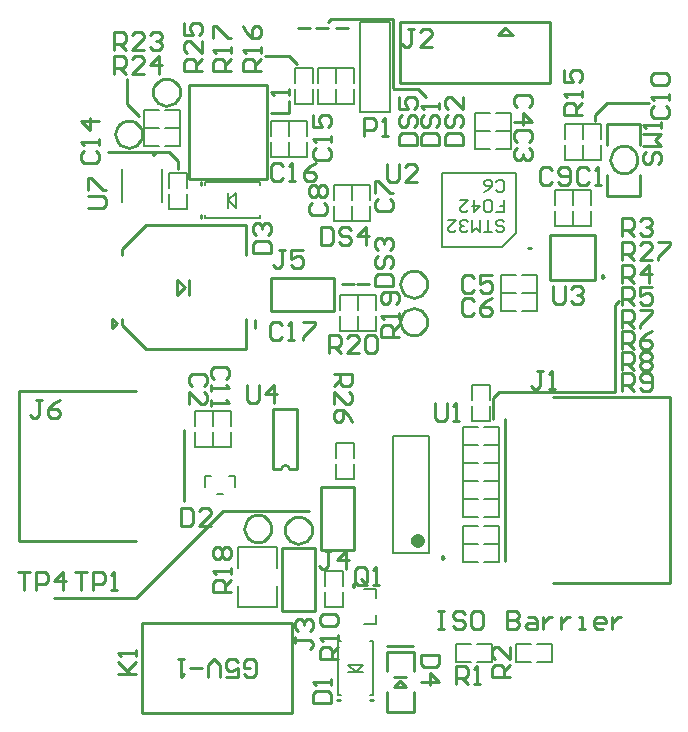
<source format=gto>
G04*
G04 #@! TF.GenerationSoftware,Altium Limited,Altium Designer,19.0.10 (269)*
G04*
G04 Layer_Color=65535*
%FSLAX25Y25*%
%MOIN*%
G70*
G01*
G75*
%ADD10C,0.01000*%
%ADD11C,0.00984*%
%ADD12C,0.02362*%
%ADD13C,0.00800*%
%ADD14C,0.00787*%
D10*
X469500Y261500D02*
X469387Y262501D01*
X469054Y263453D01*
X468518Y264306D01*
X467806Y265018D01*
X466953Y265554D01*
X466001Y265887D01*
X465000Y266000D01*
X463999Y265887D01*
X463048Y265554D01*
X462194Y265018D01*
X461482Y264306D01*
X460946Y263453D01*
X460613Y262501D01*
X460500Y261500D01*
X460613Y260499D01*
X460946Y259547D01*
X461482Y258694D01*
X462194Y257982D01*
X463048Y257446D01*
X463999Y257113D01*
X465000Y257000D01*
X466001Y257113D01*
X466953Y257446D01*
X467806Y257982D01*
X468518Y258694D01*
X469054Y259547D01*
X469387Y260499D01*
X469500Y261500D01*
X456000Y262000D02*
X455887Y263001D01*
X455554Y263952D01*
X455018Y264806D01*
X454306Y265518D01*
X453452Y266054D01*
X452501Y266387D01*
X451500Y266500D01*
X450499Y266387D01*
X449547Y266054D01*
X448694Y265518D01*
X447982Y264806D01*
X447446Y263952D01*
X447113Y263001D01*
X447000Y262000D01*
X447113Y260999D01*
X447446Y260048D01*
X447982Y259194D01*
X448694Y258482D01*
X449547Y257946D01*
X450499Y257613D01*
X451500Y257500D01*
X452501Y257613D01*
X453452Y257946D01*
X454306Y258482D01*
X455018Y259194D01*
X455554Y260048D01*
X455887Y260999D01*
X456000Y262000D01*
X578028Y385000D02*
X577914Y386007D01*
X577579Y386965D01*
X577040Y387823D01*
X576323Y388540D01*
X575464Y389079D01*
X574508Y389414D01*
X573500Y389528D01*
X572493Y389414D01*
X571535Y389079D01*
X570677Y388540D01*
X569960Y387823D01*
X569421Y386965D01*
X569086Y386007D01*
X568972Y385000D01*
X569086Y383993D01*
X569421Y383035D01*
X569960Y382177D01*
X570677Y381460D01*
X571535Y380921D01*
X572493Y380586D01*
X573500Y380472D01*
X574508Y380586D01*
X575464Y380921D01*
X576323Y381460D01*
X577040Y382177D01*
X577579Y383035D01*
X577914Y383993D01*
X578028Y385000D01*
X567000Y346000D02*
X566250Y346433D01*
Y345567D01*
X567000Y346000D01*
X461748Y282007D02*
X461382Y282891D01*
X460498Y283257D01*
X459614Y282891D01*
X459248Y282007D01*
X508000Y330876D02*
X507887Y331878D01*
X507554Y332829D01*
X507018Y333682D01*
X506306Y334395D01*
X505452Y334931D01*
X504501Y335264D01*
X503500Y335376D01*
X502499Y335264D01*
X501547Y334931D01*
X500694Y334395D01*
X499982Y333682D01*
X499446Y332829D01*
X499113Y331878D01*
X499000Y330876D01*
X499113Y329875D01*
X499446Y328924D01*
X499982Y328071D01*
X500694Y327358D01*
X501547Y326822D01*
X502499Y326489D01*
X503500Y326376D01*
X504501Y326489D01*
X505452Y326822D01*
X506306Y327358D01*
X507018Y328071D01*
X507554Y328924D01*
X507887Y329875D01*
X508000Y330876D01*
Y343500D02*
X507887Y344501D01*
X507554Y345452D01*
X507018Y346306D01*
X506306Y347018D01*
X505452Y347554D01*
X504501Y347887D01*
X503500Y348000D01*
X502499Y347887D01*
X501547Y347554D01*
X500694Y347018D01*
X499982Y346306D01*
X499446Y345452D01*
X499113Y344501D01*
X499000Y343500D01*
X499113Y342499D01*
X499446Y341547D01*
X499982Y340694D01*
X500694Y339982D01*
X501547Y339446D01*
X502499Y339113D01*
X503500Y339000D01*
X504501Y339113D01*
X505452Y339446D01*
X506306Y339982D01*
X507018Y340694D01*
X507554Y341547D01*
X507887Y342499D01*
X508000Y343500D01*
X413000Y393500D02*
X412887Y394501D01*
X412554Y395452D01*
X412018Y396306D01*
X411306Y397018D01*
X410453Y397554D01*
X409501Y397887D01*
X408500Y398000D01*
X407499Y397887D01*
X406547Y397554D01*
X405694Y397018D01*
X404982Y396306D01*
X404446Y395452D01*
X404113Y394501D01*
X404000Y393500D01*
X404113Y392499D01*
X404446Y391547D01*
X404982Y390694D01*
X405694Y389982D01*
X406547Y389446D01*
X407499Y389113D01*
X408500Y389000D01*
X409501Y389113D01*
X410453Y389446D01*
X411306Y389982D01*
X412018Y390694D01*
X412554Y391547D01*
X412887Y392499D01*
X413000Y393500D01*
X425500Y407500D02*
X425387Y408501D01*
X425054Y409452D01*
X424518Y410306D01*
X423806Y411018D01*
X422953Y411554D01*
X422001Y411887D01*
X421000Y412000D01*
X419999Y411887D01*
X419047Y411554D01*
X418194Y411018D01*
X417482Y410306D01*
X416946Y409452D01*
X416613Y408501D01*
X416500Y407500D01*
X416613Y406499D01*
X416946Y405548D01*
X417482Y404694D01*
X418194Y403982D01*
X419047Y403446D01*
X419999Y403113D01*
X421000Y403000D01*
X422001Y403113D01*
X422953Y403446D01*
X423806Y403982D01*
X424518Y404694D01*
X425054Y405548D01*
X425387Y406499D01*
X425500Y407500D01*
X494669Y222811D02*
X503331D01*
X494500Y201000D02*
X503500D01*
X494500D02*
Y207500D01*
X498967Y211098D02*
X500935Y209129D01*
X496998D02*
X500935D01*
X496998D02*
X498967Y211098D01*
X497031Y212575D02*
X500969D01*
X503500Y201000D02*
Y207500D01*
Y214500D02*
Y221000D01*
X494500D02*
X503500D01*
X494500Y214500D02*
Y221000D01*
X456500Y268000D02*
X468500D01*
X440000D02*
X456500D01*
X411000Y239000D02*
X440000Y268000D01*
X383500Y239000D02*
X411000D01*
X530000Y298500D02*
Y305500D01*
X532000Y307500D01*
X534000D01*
X570500D01*
X589000Y243752D02*
Y305752D01*
X534000Y251130D02*
Y298374D01*
X550000Y305752D02*
X589000D01*
X550000Y243752D02*
X589000D01*
X570500Y336500D02*
X572000Y338000D01*
X570500Y307500D02*
Y336500D01*
X506500Y407000D02*
X507500Y406000D01*
X505000Y408500D02*
X506500Y407000D01*
X502500Y408500D02*
X505000D01*
X447666Y353229D02*
Y363170D01*
Y321831D02*
Y331772D01*
X414201Y321831D02*
X447666D01*
X414201Y363170D02*
X447666D01*
X406327Y329705D02*
X414201Y321831D01*
X406327Y355296D02*
X414201Y363170D01*
X406327Y329705D02*
Y331870D01*
Y353130D02*
Y355296D01*
X428602Y339953D02*
Y344953D01*
X424602Y339953D02*
X427102Y342454D01*
X424602Y339953D02*
Y344953D01*
X427102Y342454D01*
X403000Y329000D02*
X404500Y330500D01*
X403000Y332000D02*
X404500Y330500D01*
X403000Y329000D02*
Y332000D01*
X450500Y329000D02*
Y331500D01*
X564000Y398000D02*
Y400000D01*
X568000Y404000D01*
X582000D01*
X475000Y431000D02*
X476000Y432000D01*
X496500D01*
Y409000D02*
Y432000D01*
Y409000D02*
X497000Y408500D01*
X502500D01*
X568000Y373000D02*
X579000D01*
Y380000D01*
X568000Y373000D02*
Y380000D01*
X579000Y390000D02*
Y397000D01*
X568000D02*
X579000D01*
X568000Y390000D02*
Y397000D01*
X541374Y355441D02*
X542374D01*
X549000Y410500D02*
Y431000D01*
X499000D02*
X549000D01*
X499000Y410500D02*
Y431000D01*
Y410500D02*
X549000D01*
X531500Y426500D02*
X534000Y429000D01*
X536500Y426500D01*
X531500D02*
X536500D01*
X465000Y429000D02*
X469000D01*
X477500D02*
X481500D01*
X471000D02*
X475000D01*
X462000Y419500D02*
X464500Y417000D01*
X461500Y419500D02*
X462000D01*
X454000D02*
X461500D01*
X432500Y376500D02*
Y377500D01*
Y365500D02*
Y366500D01*
X425000Y382000D02*
Y384500D01*
X422000Y387500D02*
X425000Y384500D01*
X401500Y387500D02*
X422000D01*
X408000Y403500D02*
X412000Y399500D01*
X408000Y403500D02*
Y412000D01*
X428500Y378500D02*
X454500D01*
X428500D02*
Y410000D01*
X454500D01*
Y378500D02*
Y410000D01*
X484500Y343500D02*
X488500D01*
X479500D02*
X483500D01*
X564000Y345000D02*
Y360000D01*
X549000D02*
X564000D01*
X549000Y345000D02*
Y360000D01*
Y345000D02*
X564000D01*
X461748Y282007D02*
X464577D01*
X456420D02*
X459248D01*
X456420D02*
Y302007D01*
X464577D01*
Y282007D02*
Y302007D01*
X472500Y276000D02*
X483500D01*
Y255000D02*
Y276000D01*
X472500Y255000D02*
X483500D01*
X472500D02*
Y276000D01*
X459500Y234500D02*
X470500D01*
X459500D02*
Y255500D01*
X470500D01*
Y234500D02*
Y255500D01*
X463000Y200500D02*
Y230500D01*
X413000D02*
X463000D01*
X413000Y200500D02*
Y230500D01*
Y200500D02*
X463000D01*
X478000Y205000D02*
X479000D01*
X489000D02*
X490000D01*
X372000Y258000D02*
X411000D01*
X372000Y308000D02*
X411000D01*
X427000Y271189D02*
Y294811D01*
X372000Y258000D02*
Y308000D01*
X456000Y345500D02*
X477000D01*
X456000Y334500D02*
Y345500D01*
Y334500D02*
X477000D01*
Y345500D01*
X511998Y220000D02*
X506000D01*
Y217001D01*
X507000Y216001D01*
X510998D01*
X511998Y217001D01*
Y220000D01*
X506000Y211003D02*
X511998D01*
X508999Y214002D01*
Y210003D01*
X390500Y247498D02*
X394499D01*
X392499D01*
Y241500D01*
X396498D02*
Y247498D01*
X399497D01*
X400497Y246498D01*
Y244499D01*
X399497Y243499D01*
X396498D01*
X402496Y241500D02*
X404495D01*
X403496D01*
Y247498D01*
X402496Y246498D01*
X371500Y247498D02*
X375499D01*
X373499D01*
Y241500D01*
X377498D02*
Y247498D01*
X380497D01*
X381497Y246498D01*
Y244499D01*
X380497Y243499D01*
X377498D01*
X386495Y241500D02*
Y247498D01*
X383496Y244499D01*
X387495D01*
X511500Y234498D02*
X513499D01*
X512500D01*
Y228500D01*
X511500D01*
X513499D01*
X520497Y233498D02*
X519497Y234498D01*
X517498D01*
X516498Y233498D01*
Y232499D01*
X517498Y231499D01*
X519497D01*
X520497Y230499D01*
Y229500D01*
X519497Y228500D01*
X517498D01*
X516498Y229500D01*
X525495Y234498D02*
X523496D01*
X522496Y233498D01*
Y229500D01*
X523496Y228500D01*
X525495D01*
X526495Y229500D01*
Y233498D01*
X525495Y234498D01*
X534493D02*
Y228500D01*
X537492D01*
X538491Y229500D01*
Y230499D01*
X537492Y231499D01*
X534493D01*
X537492D01*
X538491Y232499D01*
Y233498D01*
X537492Y234498D01*
X534493D01*
X541490Y232499D02*
X543490D01*
X544489Y231499D01*
Y228500D01*
X541490D01*
X540491Y229500D01*
X541490Y230499D01*
X544489D01*
X546489Y232499D02*
Y228500D01*
Y230499D01*
X547488Y231499D01*
X548488Y232499D01*
X549488D01*
X552487D02*
Y228500D01*
Y230499D01*
X553486Y231499D01*
X554486Y232499D01*
X555486D01*
X558485Y228500D02*
X560484D01*
X559484D01*
Y232499D01*
X558485D01*
X566482Y228500D02*
X564483D01*
X563483Y229500D01*
Y231499D01*
X564483Y232499D01*
X566482D01*
X567482Y231499D01*
Y230499D01*
X563483D01*
X569481Y232499D02*
Y228500D01*
Y230499D01*
X570481Y231499D01*
X571481Y232499D01*
X572480D01*
X446997Y213502D02*
X447997Y212502D01*
X449996D01*
X450996Y213502D01*
Y217500D01*
X449996Y218500D01*
X447997D01*
X446997Y217500D01*
Y215501D01*
X448996D01*
X440999Y212502D02*
X444998D01*
Y215501D01*
X442998Y214501D01*
X441999D01*
X440999Y215501D01*
Y217500D01*
X441999Y218500D01*
X443998D01*
X444998Y217500D01*
X439000Y212502D02*
Y216501D01*
X437000Y218500D01*
X435001Y216501D01*
Y212502D01*
X433002Y215501D02*
X429003D01*
X427003Y218500D02*
X425004D01*
X426004D01*
Y212502D01*
X427003Y213502D01*
X546499Y314498D02*
X544499D01*
X545499D01*
Y309500D01*
X544499Y308500D01*
X543500D01*
X542500Y309500D01*
X548498Y308500D02*
X550497D01*
X549498D01*
Y314498D01*
X548498Y313498D01*
X573000Y351500D02*
Y357498D01*
X575999D01*
X576999Y356498D01*
Y354499D01*
X575999Y353499D01*
X573000D01*
X574999D02*
X576999Y351500D01*
X582997D02*
X578998D01*
X582997Y355499D01*
Y356498D01*
X581997Y357498D01*
X579998D01*
X578998Y356498D01*
X584996Y357498D02*
X588995D01*
Y356498D01*
X584996Y352500D01*
Y351500D01*
X477000Y313500D02*
X482998D01*
Y310501D01*
X481998Y309501D01*
X479999D01*
X478999Y310501D01*
Y313500D01*
Y311501D02*
X477000Y309501D01*
Y303503D02*
Y307502D01*
X480999Y303503D01*
X481998D01*
X482998Y304503D01*
Y306502D01*
X481998Y307502D01*
X482998Y297505D02*
X481998Y299504D01*
X479999Y301504D01*
X478000D01*
X477000Y300504D01*
Y298505D01*
X478000Y297505D01*
X478999D01*
X479999Y298505D01*
Y301504D01*
X541998Y402501D02*
X542998Y403501D01*
Y405500D01*
X541998Y406500D01*
X538000D01*
X537000Y405500D01*
Y403501D01*
X538000Y402501D01*
X537000Y397503D02*
X542998D01*
X539999Y400502D01*
Y396503D01*
X405002Y213500D02*
X411000D01*
X409001D01*
X405002Y217499D01*
X408001Y214500D01*
X411000Y217499D01*
Y219498D02*
Y221497D01*
Y220498D01*
X405002D01*
X406002Y219498D01*
X395001Y369002D02*
X399999D01*
X400999Y370001D01*
Y372001D01*
X399999Y373000D01*
X395001D01*
Y375000D02*
Y378998D01*
X396001D01*
X399999Y375000D01*
X400999D01*
X403503Y413501D02*
Y419499D01*
X406502D01*
X407501Y418499D01*
Y416500D01*
X406502Y415500D01*
X403503D01*
X405502D02*
X407501Y413501D01*
X413499D02*
X409501D01*
X413499Y417500D01*
Y418499D01*
X412500Y419499D01*
X410500D01*
X409501Y418499D01*
X418498Y413501D02*
Y419499D01*
X415499Y416500D01*
X419497D01*
X403503Y421501D02*
Y427499D01*
X406502D01*
X407501Y426499D01*
Y424500D01*
X406502Y423500D01*
X403503D01*
X405502D02*
X407501Y421501D01*
X413499D02*
X409501D01*
X413499Y425500D01*
Y426499D01*
X412500Y427499D01*
X410500D01*
X409501Y426499D01*
X415499D02*
X416498Y427499D01*
X418498D01*
X419497Y426499D01*
Y425500D01*
X418498Y424500D01*
X417498D01*
X418498D01*
X419497Y423500D01*
Y422501D01*
X418498Y421501D01*
X416498D01*
X415499Y422501D01*
X456001Y400501D02*
X461999D01*
Y404500D01*
Y406499D02*
Y408499D01*
Y407499D01*
X456001D01*
X457001Y406499D01*
X450001Y354002D02*
X455999D01*
Y357001D01*
X454999Y358000D01*
X451001D01*
X450001Y357001D01*
Y354002D01*
X451001Y360000D02*
X450001Y360999D01*
Y362999D01*
X451001Y363998D01*
X452000D01*
X453000Y362999D01*
Y361999D01*
Y362999D01*
X454000Y363998D01*
X454999D01*
X455999Y362999D01*
Y360999D01*
X454999Y360000D01*
X459499Y329998D02*
X458499Y330998D01*
X456500D01*
X455500Y329998D01*
Y326000D01*
X456500Y325000D01*
X458499D01*
X459499Y326000D01*
X461498Y325000D02*
X463497D01*
X462498D01*
Y330998D01*
X461498Y329998D01*
X466496Y330998D02*
X470495D01*
Y329998D01*
X466496Y326000D01*
Y325000D01*
X460001Y382999D02*
X459001Y383999D01*
X457002D01*
X456002Y382999D01*
Y379001D01*
X457002Y378001D01*
X459001D01*
X460001Y379001D01*
X462001Y378001D02*
X464000D01*
X463000D01*
Y383999D01*
X462001Y382999D01*
X470998Y383999D02*
X468998Y382999D01*
X466999Y381000D01*
Y379001D01*
X467999Y378001D01*
X469998D01*
X470998Y379001D01*
Y380000D01*
X469998Y381000D01*
X466999D01*
X471001Y389001D02*
X470001Y388001D01*
Y386002D01*
X471001Y385002D01*
X474999D01*
X475999Y386002D01*
Y388001D01*
X474999Y389001D01*
X475999Y391001D02*
Y393000D01*
Y392000D01*
X470001D01*
X471001Y391001D01*
X470001Y399998D02*
Y395999D01*
X473000D01*
X472000Y397998D01*
Y398998D01*
X473000Y399998D01*
X474999D01*
X475999Y398998D01*
Y396999D01*
X474999Y395999D01*
X393501Y388001D02*
X392501Y387001D01*
Y385002D01*
X393501Y384002D01*
X397499D01*
X398499Y385002D01*
Y387001D01*
X397499Y388001D01*
X398499Y390001D02*
Y392000D01*
Y391000D01*
X392501D01*
X393501Y390001D01*
X398499Y397998D02*
X392501D01*
X395500Y394999D01*
Y398998D01*
X448000Y309998D02*
Y305000D01*
X449000Y304000D01*
X450999D01*
X451999Y305000D01*
Y309998D01*
X456997Y304000D02*
Y309998D01*
X453998Y306999D01*
X457997D01*
X475240Y320500D02*
Y326498D01*
X478239D01*
X479239Y325498D01*
Y323499D01*
X478239Y322499D01*
X475240D01*
X477240D02*
X479239Y320500D01*
X485237D02*
X481238D01*
X485237Y324499D01*
Y325498D01*
X484237Y326498D01*
X482238D01*
X481238Y325498D01*
X487236D02*
X488236Y326498D01*
X490235D01*
X491235Y325498D01*
Y321500D01*
X490235Y320500D01*
X488236D01*
X487236Y321500D01*
Y325498D01*
X498500Y326000D02*
X492502D01*
Y328999D01*
X493502Y329999D01*
X495501D01*
X496501Y328999D01*
Y326000D01*
Y327999D02*
X498500Y329999D01*
Y331998D02*
Y333997D01*
Y332998D01*
X492502D01*
X493502Y331998D01*
X497500Y336996D02*
X498500Y337996D01*
Y339996D01*
X497500Y340995D01*
X493502D01*
X492502Y339996D01*
Y337996D01*
X493502Y336996D01*
X494501D01*
X495501Y337996D01*
Y340995D01*
X442500Y241000D02*
X436502D01*
Y243999D01*
X437502Y244999D01*
X439501D01*
X440501Y243999D01*
Y241000D01*
Y242999D02*
X442500Y244999D01*
Y246998D02*
Y248997D01*
Y247998D01*
X436502D01*
X437502Y246998D01*
Y251996D02*
X436502Y252996D01*
Y254995D01*
X437502Y255995D01*
X438501D01*
X439501Y254995D01*
X440501Y255995D01*
X441500D01*
X442500Y254995D01*
Y252996D01*
X441500Y251996D01*
X440501D01*
X439501Y252996D01*
X438501Y251996D01*
X437502D01*
X439501Y252996D02*
Y254995D01*
X460499Y354998D02*
X458499D01*
X459499D01*
Y350000D01*
X458499Y349000D01*
X457500D01*
X456500Y350000D01*
X466497Y354998D02*
X462498D01*
Y351999D01*
X464497Y352999D01*
X465497D01*
X466497Y351999D01*
Y350000D01*
X465497Y349000D01*
X463498D01*
X462498Y350000D01*
X475999Y254498D02*
X473999D01*
X474999D01*
Y249500D01*
X473999Y248500D01*
X473000D01*
X472000Y249500D01*
X480997Y248500D02*
Y254498D01*
X477998Y251499D01*
X481997D01*
X464002Y225999D02*
Y223999D01*
Y224999D01*
X469000D01*
X470000Y223999D01*
Y223000D01*
X469000Y222000D01*
X465002Y227998D02*
X464002Y228998D01*
Y230997D01*
X465002Y231997D01*
X466001D01*
X467001Y230997D01*
Y229997D01*
Y230997D01*
X468001Y231997D01*
X469000D01*
X470000Y230997D01*
Y228998D01*
X469000Y227998D01*
X498501Y390003D02*
X504499D01*
Y393002D01*
X503499Y394001D01*
X499501D01*
X498501Y393002D01*
Y390003D01*
X499501Y399999D02*
X498501Y399000D01*
Y397000D01*
X499501Y396001D01*
X500500D01*
X501500Y397000D01*
Y399000D01*
X502500Y399999D01*
X503499D01*
X504499Y399000D01*
Y397000D01*
X503499Y396001D01*
X498501Y405997D02*
Y401999D01*
X501500D01*
X500500Y403998D01*
Y404998D01*
X501500Y405997D01*
X503499D01*
X504499Y404998D01*
Y402998D01*
X503499Y401999D01*
X472500Y362498D02*
Y356500D01*
X475499D01*
X476499Y357500D01*
Y361498D01*
X475499Y362498D01*
X472500D01*
X482497Y361498D02*
X481497Y362498D01*
X479498D01*
X478498Y361498D01*
Y360499D01*
X479498Y359499D01*
X481497D01*
X482497Y358499D01*
Y357500D01*
X481497Y356500D01*
X479498D01*
X478498Y357500D01*
X487495Y356500D02*
Y362498D01*
X484496Y359499D01*
X488495D01*
X490502Y343000D02*
X496500D01*
Y345999D01*
X495500Y346999D01*
X491502D01*
X490502Y345999D01*
Y343000D01*
X491502Y352997D02*
X490502Y351997D01*
Y349998D01*
X491502Y348998D01*
X492501D01*
X493501Y349998D01*
Y351997D01*
X494501Y352997D01*
X495500D01*
X496500Y351997D01*
Y349998D01*
X495500Y348998D01*
X491502Y354996D02*
X490502Y355996D01*
Y357995D01*
X491502Y358995D01*
X492501D01*
X493501Y357995D01*
Y356996D01*
Y357995D01*
X494501Y358995D01*
X495500D01*
X496500Y357995D01*
Y355996D01*
X495500Y354996D01*
X426000Y268998D02*
Y263000D01*
X428999D01*
X429999Y264000D01*
Y267998D01*
X428999Y268998D01*
X426000D01*
X435997Y263000D02*
X431998D01*
X435997Y266999D01*
Y267998D01*
X434997Y268998D01*
X432998D01*
X431998Y267998D01*
X440998Y312001D02*
X441998Y313001D01*
Y315000D01*
X440998Y316000D01*
X437000D01*
X436000Y315000D01*
Y313001D01*
X437000Y312001D01*
X436000Y310002D02*
Y308003D01*
Y309002D01*
X441998D01*
X440998Y310002D01*
X436000Y305004D02*
Y303004D01*
Y304004D01*
X441998D01*
X440998Y305004D01*
X432999Y414503D02*
X427001D01*
Y417502D01*
X428001Y418501D01*
X430000D01*
X431000Y417502D01*
Y414503D01*
Y416502D02*
X432999Y418501D01*
Y424499D02*
Y420501D01*
X429000Y424499D01*
X428001D01*
X427001Y423500D01*
Y421500D01*
X428001Y420501D01*
X427001Y430497D02*
Y426499D01*
X430000D01*
X429000Y428498D01*
Y429498D01*
X430000Y430497D01*
X431999D01*
X432999Y429498D01*
Y427498D01*
X431999Y426499D01*
X550000Y342998D02*
Y338000D01*
X551000Y337000D01*
X552999D01*
X553999Y338000D01*
Y342998D01*
X555998Y341998D02*
X556998Y342998D01*
X558997D01*
X559997Y341998D01*
Y340999D01*
X558997Y339999D01*
X557997D01*
X558997D01*
X559997Y338999D01*
Y338000D01*
X558997Y337000D01*
X556998D01*
X555998Y338000D01*
X494502Y383499D02*
Y378501D01*
X495501Y377501D01*
X497501D01*
X498500Y378501D01*
Y383499D01*
X504498Y377501D02*
X500500D01*
X504498Y381500D01*
Y382499D01*
X503499Y383499D01*
X501499D01*
X500500Y382499D01*
X510500Y303998D02*
Y299000D01*
X511500Y298000D01*
X513499D01*
X514499Y299000D01*
Y303998D01*
X516498Y298000D02*
X518497D01*
X517498D01*
Y303998D01*
X516498Y302998D01*
X581001Y387501D02*
X580001Y386501D01*
Y384502D01*
X581001Y383502D01*
X582000D01*
X583000Y384502D01*
Y386501D01*
X584000Y387501D01*
X584999D01*
X585999Y386501D01*
Y384502D01*
X584999Y383502D01*
X580001Y389500D02*
X585999D01*
X584000Y391500D01*
X585999Y393499D01*
X580001D01*
X585999Y395498D02*
Y397498D01*
Y396498D01*
X580001D01*
X581001Y395498D01*
X442499Y414502D02*
X436501D01*
Y417501D01*
X437501Y418501D01*
X439500D01*
X440500Y417501D01*
Y414502D01*
Y416502D02*
X442499Y418501D01*
Y420501D02*
Y422500D01*
Y421500D01*
X436501D01*
X437501Y420501D01*
X436501Y425499D02*
Y429498D01*
X437501D01*
X441499Y425499D01*
X442499D01*
X452499Y414502D02*
X446501D01*
Y417501D01*
X447501Y418501D01*
X449500D01*
X450500Y417501D01*
Y414502D01*
Y416502D02*
X452499Y418501D01*
Y420501D02*
Y422500D01*
Y421500D01*
X446501D01*
X447501Y420501D01*
X446501Y429498D02*
X447501Y427498D01*
X449500Y425499D01*
X451499D01*
X452499Y426499D01*
Y428498D01*
X451499Y429498D01*
X450500D01*
X449500Y428498D01*
Y425499D01*
X559499Y400002D02*
X553501D01*
Y403001D01*
X554501Y404001D01*
X556500D01*
X557500Y403001D01*
Y400002D01*
Y402002D02*
X559499Y404001D01*
Y406001D02*
Y408000D01*
Y407000D01*
X553501D01*
X554501Y406001D01*
X553501Y414998D02*
Y410999D01*
X556500D01*
X555500Y412998D01*
Y413998D01*
X556500Y414998D01*
X558499D01*
X559499Y413998D01*
Y411999D01*
X558499Y410999D01*
X478094Y218500D02*
X472096D01*
Y221499D01*
X473096Y222499D01*
X475096D01*
X476095Y221499D01*
Y218500D01*
Y220499D02*
X478094Y222499D01*
Y224498D02*
Y226497D01*
Y225498D01*
X472096D01*
X473096Y224498D01*
Y229496D02*
X472096Y230496D01*
Y232495D01*
X473096Y233495D01*
X477095D01*
X478094Y232495D01*
Y230496D01*
X477095Y229496D01*
X473096D01*
X573000Y308000D02*
Y313998D01*
X575999D01*
X576999Y312998D01*
Y310999D01*
X575999Y309999D01*
X573000D01*
X574999D02*
X576999Y308000D01*
X578998Y309000D02*
X579998Y308000D01*
X581997D01*
X582997Y309000D01*
Y312998D01*
X581997Y313998D01*
X579998D01*
X578998Y312998D01*
Y311999D01*
X579998Y310999D01*
X582997D01*
X573000Y315000D02*
Y320998D01*
X575999D01*
X576999Y319998D01*
Y317999D01*
X575999Y316999D01*
X573000D01*
X574999D02*
X576999Y315000D01*
X578998Y319998D02*
X579998Y320998D01*
X581997D01*
X582997Y319998D01*
Y318999D01*
X581997Y317999D01*
X582997Y316999D01*
Y316000D01*
X581997Y315000D01*
X579998D01*
X578998Y316000D01*
Y316999D01*
X579998Y317999D01*
X578998Y318999D01*
Y319998D01*
X579998Y317999D02*
X581997D01*
X573000Y329000D02*
Y334998D01*
X575999D01*
X576999Y333998D01*
Y331999D01*
X575999Y330999D01*
X573000D01*
X574999D02*
X576999Y329000D01*
X578998Y334998D02*
X582997D01*
Y333998D01*
X578998Y330000D01*
Y329000D01*
X573000Y322000D02*
Y327998D01*
X575999D01*
X576999Y326998D01*
Y324999D01*
X575999Y323999D01*
X573000D01*
X574999D02*
X576999Y322000D01*
X582997Y327998D02*
X580997Y326998D01*
X578998Y324999D01*
Y323000D01*
X579998Y322000D01*
X581997D01*
X582997Y323000D01*
Y323999D01*
X581997Y324999D01*
X578998D01*
X573000Y336500D02*
Y342498D01*
X575999D01*
X576999Y341498D01*
Y339499D01*
X575999Y338499D01*
X573000D01*
X574999D02*
X576999Y336500D01*
X582997Y342498D02*
X578998D01*
Y339499D01*
X580997Y340499D01*
X581997D01*
X582997Y339499D01*
Y337500D01*
X581997Y336500D01*
X579998D01*
X578998Y337500D01*
X573000Y344000D02*
Y349998D01*
X575999D01*
X576999Y348998D01*
Y346999D01*
X575999Y345999D01*
X573000D01*
X574999D02*
X576999Y344000D01*
X581997D02*
Y349998D01*
X578998Y346999D01*
X582997D01*
X573000Y359500D02*
Y365498D01*
X575999D01*
X576999Y364498D01*
Y362499D01*
X575999Y361499D01*
X573000D01*
X574999D02*
X576999Y359500D01*
X578998Y364498D02*
X579998Y365498D01*
X581997D01*
X582997Y364498D01*
Y363499D01*
X581997Y362499D01*
X580997D01*
X581997D01*
X582997Y361499D01*
Y360500D01*
X581997Y359500D01*
X579998D01*
X578998Y360500D01*
X535500Y212500D02*
X529502D01*
Y215499D01*
X530502Y216499D01*
X532501D01*
X533501Y215499D01*
Y212500D01*
Y214499D02*
X535500Y216499D01*
Y222497D02*
Y218498D01*
X531501Y222497D01*
X530502D01*
X529502Y221497D01*
Y219498D01*
X530502Y218498D01*
X517500Y210035D02*
Y216034D01*
X520499D01*
X521499Y215034D01*
Y213035D01*
X520499Y212035D01*
X517500D01*
X519499D02*
X521499Y210035D01*
X523498D02*
X525497D01*
X524498D01*
Y216034D01*
X523498Y215034D01*
X487963Y244086D02*
Y248085D01*
X486964Y249085D01*
X484964D01*
X483965Y248085D01*
Y244086D01*
X484964Y243087D01*
X486964D01*
X485964Y245086D02*
X487963Y243087D01*
X486964D02*
X487963Y244086D01*
X489963Y243087D02*
X491962D01*
X490962D01*
Y249085D01*
X489963Y248085D01*
X487001Y393001D02*
Y398999D01*
X490000D01*
X491000Y397999D01*
Y396000D01*
X490000Y395000D01*
X487001D01*
X492999Y393001D02*
X494999D01*
X493999D01*
Y398999D01*
X492999Y397999D01*
X503500Y428499D02*
X501501D01*
X502501D01*
Y423501D01*
X501501Y422501D01*
X500501D01*
X499502Y423501D01*
X509498Y422501D02*
X505500D01*
X509498Y426500D01*
Y427499D01*
X508499Y428499D01*
X506499D01*
X505500Y427499D01*
X514001Y390003D02*
X519999D01*
Y393002D01*
X518999Y394001D01*
X515001D01*
X514001Y393002D01*
Y390003D01*
X515001Y399999D02*
X514001Y399000D01*
Y397000D01*
X515001Y396001D01*
X516000D01*
X517000Y397000D01*
Y399000D01*
X518000Y399999D01*
X518999D01*
X519999Y399000D01*
Y397000D01*
X518999Y396001D01*
X519999Y405997D02*
Y401999D01*
X516000Y405997D01*
X515001D01*
X514001Y404998D01*
Y402998D01*
X515001Y401999D01*
X506001Y390002D02*
X511999D01*
Y393001D01*
X510999Y394001D01*
X507001D01*
X506001Y393001D01*
Y390002D01*
X507001Y399999D02*
X506001Y398999D01*
Y397000D01*
X507001Y396000D01*
X508000D01*
X509000Y397000D01*
Y398999D01*
X510000Y399999D01*
X510999D01*
X511999Y398999D01*
Y397000D01*
X510999Y396000D01*
X511999Y401998D02*
Y403998D01*
Y402998D01*
X506001D01*
X507001Y401998D01*
X470002Y204000D02*
X476000D01*
Y206999D01*
X475000Y207999D01*
X471002D01*
X470002Y206999D01*
Y204000D01*
X476000Y209998D02*
Y211997D01*
Y210998D01*
X470002D01*
X471002Y209998D01*
X583502Y402999D02*
X582502Y401999D01*
Y400000D01*
X583502Y399000D01*
X587500D01*
X588500Y400000D01*
Y401999D01*
X587500Y402999D01*
X588500Y404998D02*
Y406997D01*
Y405998D01*
X582502D01*
X583502Y404998D01*
Y409996D02*
X582502Y410996D01*
Y412995D01*
X583502Y413995D01*
X587500D01*
X588500Y412995D01*
Y410996D01*
X587500Y409996D01*
X583502D01*
X549499Y381498D02*
X548499Y382498D01*
X546500D01*
X545500Y381498D01*
Y377500D01*
X546500Y376500D01*
X548499D01*
X549499Y377500D01*
X551498D02*
X552498Y376500D01*
X554497D01*
X555497Y377500D01*
Y381498D01*
X554497Y382498D01*
X552498D01*
X551498Y381498D01*
Y380499D01*
X552498Y379499D01*
X555497D01*
X469501Y370500D02*
X468501Y369501D01*
Y367501D01*
X469501Y366502D01*
X473499D01*
X474499Y367501D01*
Y369501D01*
X473499Y370500D01*
X469501Y372500D02*
X468501Y373499D01*
Y375499D01*
X469501Y376498D01*
X470500D01*
X471500Y375499D01*
X472500Y376498D01*
X473499D01*
X474499Y375499D01*
Y373499D01*
X473499Y372500D01*
X472500D01*
X471500Y373499D01*
X470500Y372500D01*
X469501D01*
X471500Y373499D02*
Y375499D01*
X491501Y372000D02*
X490501Y371001D01*
Y369001D01*
X491501Y368002D01*
X495499D01*
X496499Y369001D01*
Y371001D01*
X495499Y372000D01*
X490501Y374000D02*
Y377998D01*
X491501D01*
X495499Y374000D01*
X496499D01*
X523499Y337998D02*
X522499Y338998D01*
X520500D01*
X519500Y337998D01*
Y334000D01*
X520500Y333000D01*
X522499D01*
X523499Y334000D01*
X529497Y338998D02*
X527497Y337998D01*
X525498Y335999D01*
Y334000D01*
X526498Y333000D01*
X528497D01*
X529497Y334000D01*
Y334999D01*
X528497Y335999D01*
X525498D01*
X523499Y345498D02*
X522499Y346498D01*
X520500D01*
X519500Y345498D01*
Y341500D01*
X520500Y340500D01*
X522499D01*
X523499Y341500D01*
X529497Y346498D02*
X525498D01*
Y343499D01*
X527497Y344499D01*
X528497D01*
X529497Y343499D01*
Y341500D01*
X528497Y340500D01*
X526498D01*
X525498Y341500D01*
X541998Y391001D02*
X542998Y392001D01*
Y394000D01*
X541998Y395000D01*
X538000D01*
X537000Y394000D01*
Y392001D01*
X538000Y391001D01*
X541998Y389002D02*
X542998Y388002D01*
Y386003D01*
X541998Y385003D01*
X540999D01*
X539999Y386003D01*
Y387003D01*
Y386003D01*
X538999Y385003D01*
X538000D01*
X537000Y386003D01*
Y388002D01*
X538000Y389002D01*
X433498Y309501D02*
X434498Y310501D01*
Y312500D01*
X433498Y313500D01*
X429500D01*
X428500Y312500D01*
Y310501D01*
X429500Y309501D01*
X428500Y303503D02*
Y307502D01*
X432499Y303503D01*
X433498D01*
X434498Y304503D01*
Y306502D01*
X433498Y307502D01*
X561999Y381498D02*
X560999Y382498D01*
X559000D01*
X558000Y381498D01*
Y377500D01*
X559000Y376500D01*
X560999D01*
X561999Y377500D01*
X563998Y376500D02*
X565997D01*
X564998D01*
Y382498D01*
X563998Y381498D01*
X379500Y304999D02*
X377501D01*
X378501D01*
Y300001D01*
X377501Y299001D01*
X376501D01*
X375502Y300001D01*
X385498Y304999D02*
X383499Y303999D01*
X381500Y302000D01*
Y300001D01*
X382499Y299001D01*
X384499D01*
X385498Y300001D01*
Y301000D01*
X384499Y302000D01*
X381500D01*
D11*
X417167Y386986D02*
X416429Y387412D01*
Y386560D01*
X417167Y386986D01*
X513622Y252260D02*
X512884Y252686D01*
Y251834D01*
X513622Y252260D01*
X483965Y243087D02*
X483226Y243513D01*
Y242660D01*
X483965Y243087D01*
D12*
X505847Y257949D02*
X505402Y258872D01*
X504402Y259100D01*
X503601Y258461D01*
Y257436D01*
X504402Y256797D01*
X505402Y257025D01*
X505847Y257949D01*
D13*
X527000Y290000D02*
X532000D01*
X520000D02*
X525000D01*
X527000Y296000D02*
X532000D01*
X520000D02*
X525000D01*
X532000Y290000D02*
Y296000D01*
X520000Y290000D02*
Y296000D01*
X483500Y285500D02*
Y290500D01*
Y278500D02*
Y283500D01*
X477500Y285500D02*
Y290500D01*
Y278500D02*
Y283500D01*
Y290500D02*
X483500D01*
X477500Y278500D02*
X483500D01*
X531000Y394500D02*
X536000D01*
X524000D02*
X529000D01*
X531000Y400500D02*
X536000D01*
X524000D02*
X529000D01*
X536000Y394500D02*
Y400500D01*
X524000Y394500D02*
Y400500D01*
X560000Y397000D02*
X566000D01*
X560000Y385000D02*
X566000D01*
Y392000D02*
Y397000D01*
Y385000D02*
Y390000D01*
X560000Y392000D02*
Y397000D01*
Y385000D02*
Y390000D01*
X554000Y385000D02*
Y390000D01*
Y392000D02*
Y397000D01*
X560000Y385000D02*
Y390000D01*
Y392000D02*
Y397000D01*
X554000Y385000D02*
X560000D01*
X554000Y397000D02*
X560000D01*
X556500Y363000D02*
X562500D01*
X556500Y375000D02*
X562500D01*
X556500Y363000D02*
Y368000D01*
Y370000D02*
Y375000D01*
X562500Y363000D02*
Y368000D01*
Y370000D02*
Y375000D01*
X550500Y363000D02*
X556500D01*
X550500Y375000D02*
X556500D01*
X550500Y363000D02*
Y368000D01*
Y370000D02*
Y375000D01*
X556500Y363000D02*
Y368000D01*
Y370000D02*
Y375000D01*
X524000Y388500D02*
Y394500D01*
X536000Y388500D02*
Y394500D01*
X524000D02*
X529000D01*
X531000D02*
X536000D01*
X524000Y388500D02*
X529000D01*
X531000D02*
X536000D01*
X477500Y410500D02*
Y415500D01*
Y403500D02*
Y408500D01*
X471500Y410500D02*
Y415500D01*
Y403500D02*
Y408500D01*
Y415500D02*
X477500D01*
X471500Y403500D02*
X477500D01*
X483500Y410500D02*
Y415500D01*
Y403500D02*
Y408500D01*
X477500Y410500D02*
Y415500D01*
Y403500D02*
Y408500D01*
Y415500D02*
X483500D01*
X477500Y403500D02*
X483500D01*
X470000Y410500D02*
Y415500D01*
Y403500D02*
Y408500D01*
X464000Y410500D02*
Y415500D01*
Y403500D02*
Y408500D01*
Y415500D02*
X470000D01*
X464000Y403500D02*
X470000D01*
X462000Y398000D02*
X468000D01*
X462000Y386000D02*
X468000D01*
Y393000D02*
Y398000D01*
Y386000D02*
Y391000D01*
X462000Y393000D02*
Y398000D01*
Y386000D02*
Y391000D01*
X456000Y398000D02*
X462000D01*
X456000Y386000D02*
X462000D01*
Y393000D02*
Y398000D01*
Y386000D02*
Y391000D01*
X456000Y393000D02*
Y398000D01*
Y386000D02*
Y391000D01*
X422000Y368500D02*
X428000D01*
X422000Y380500D02*
X428000D01*
X422000Y368500D02*
Y373500D01*
Y375500D02*
Y380500D01*
X428000Y368500D02*
Y373500D01*
Y375500D02*
Y380500D01*
X420624Y389500D02*
X425624D01*
X413624D02*
X418624D01*
X420624Y395500D02*
X425624D01*
X413624D02*
X418624D01*
X425624Y389500D02*
Y395500D01*
X413624Y389500D02*
Y395500D01*
Y401500D02*
X418624D01*
X420624D02*
X425624D01*
X413624Y395500D02*
X418624D01*
X420624D02*
X425624D01*
X413624D02*
Y401500D01*
X425624Y395500D02*
Y401500D01*
X489000Y371500D02*
Y376500D01*
Y364500D02*
Y369500D01*
X483000Y371500D02*
Y376500D01*
Y364500D02*
Y369500D01*
Y376500D02*
X489000D01*
X483000Y364500D02*
X489000D01*
X483000Y371500D02*
Y376500D01*
Y364500D02*
Y369500D01*
X477000Y371500D02*
Y376500D01*
Y364500D02*
Y369500D01*
Y376500D02*
X483000D01*
X477000Y364500D02*
X483000D01*
X479000Y328000D02*
Y333000D01*
Y335000D02*
Y340000D01*
X485000Y328000D02*
Y333000D01*
Y335000D02*
Y340000D01*
X479000Y328000D02*
X485000D01*
X479000Y340000D02*
X485000D01*
Y328000D02*
Y333000D01*
Y335000D02*
Y340000D01*
X491000Y328000D02*
Y333000D01*
Y335000D02*
Y340000D01*
X485000Y328000D02*
X491000D01*
X485000Y340000D02*
X491000D01*
X532500Y346500D02*
X537500D01*
X539500D02*
X544500D01*
X532500Y340500D02*
X537500D01*
X539500D02*
X544500D01*
X532500D02*
Y346500D01*
X544500Y340500D02*
Y346500D01*
X532500Y340500D02*
X537500D01*
X539500D02*
X544500D01*
X532500Y334500D02*
X537500D01*
X539500D02*
X544500D01*
X532500D02*
Y340500D01*
X544500Y334500D02*
Y340500D01*
X527000Y278000D02*
X532000D01*
X520000D02*
X525000D01*
X527000Y284000D02*
X532000D01*
X520000D02*
X525000D01*
X532000Y278000D02*
Y284000D01*
X520000Y278000D02*
Y284000D01*
Y290000D02*
X525000D01*
X527000D02*
X532000D01*
X520000Y284000D02*
X525000D01*
X527000D02*
X532000D01*
X520000D02*
Y290000D01*
X532000Y284000D02*
Y290000D01*
X527000Y272000D02*
X532000D01*
X520000D02*
X525000D01*
X527000Y278000D02*
X532000D01*
X520000D02*
X525000D01*
X532000Y272000D02*
Y278000D01*
X520000Y272000D02*
Y278000D01*
Y272000D02*
X525000D01*
X527000D02*
X532000D01*
X520000Y266000D02*
X525000D01*
X527000D02*
X532000D01*
X520000D02*
Y272000D01*
X532000Y266000D02*
Y272000D01*
X520000Y263000D02*
X525000D01*
X527000D02*
X532000D01*
X520000Y257000D02*
X525000D01*
X527000D02*
X532000D01*
X520000D02*
Y263000D01*
X532000Y257000D02*
Y263000D01*
X527000Y251000D02*
X532000D01*
X520000D02*
X525000D01*
X527000Y257000D02*
X532000D01*
X520000D02*
X525000D01*
X532000Y251000D02*
Y257000D01*
X520000Y251000D02*
Y257000D01*
X442500Y296122D02*
Y301122D01*
Y289122D02*
Y294122D01*
X436500Y296122D02*
Y301122D01*
Y289122D02*
Y294122D01*
Y301122D02*
X442500D01*
X436500Y289122D02*
X442500D01*
X537500Y223500D02*
X542500D01*
X544500D02*
X549500D01*
X537500Y217500D02*
X542500D01*
X544500D02*
X549500D01*
X537500D02*
Y223500D01*
X549500Y217500D02*
Y223500D01*
X458000Y249000D02*
Y256000D01*
Y236000D02*
Y243000D01*
X445000Y249000D02*
Y256000D01*
Y236000D02*
Y243000D01*
Y256000D02*
X458000D01*
X445000Y236000D02*
X458000D01*
X438000Y273500D02*
X440000D01*
X444000Y276000D02*
Y279500D01*
X442000D02*
X444000D01*
X434000Y276000D02*
Y279500D01*
X436000D01*
X430500Y301122D02*
X436500D01*
X430500Y289122D02*
X436500D01*
Y296122D02*
Y301122D01*
Y289122D02*
Y294122D01*
X430500Y296122D02*
Y301122D01*
Y289122D02*
Y294122D01*
X523000Y310000D02*
X529000D01*
X523000Y298000D02*
X529000D01*
Y305000D02*
Y310000D01*
Y298000D02*
Y303000D01*
X523000Y305000D02*
Y310000D01*
Y298000D02*
Y303000D01*
X517500Y217500D02*
Y223500D01*
X529500Y217500D02*
Y223500D01*
X517500D02*
X522500D01*
X524500D02*
X529500D01*
X517500Y217500D02*
X522500D01*
X524500D02*
X529500D01*
X480000Y243000D02*
Y248000D01*
Y236000D02*
Y241000D01*
X474000Y243000D02*
Y248000D01*
Y236000D02*
Y241000D01*
Y248000D02*
X480000D01*
X474000Y236000D02*
X480000D01*
X530908Y361390D02*
X531575Y360723D01*
X532907D01*
X533574Y361390D01*
Y362056D01*
X532907Y362722D01*
X531575D01*
X530908Y363389D01*
Y364055D01*
X531575Y364722D01*
X532907D01*
X533574Y364055D01*
X529575Y360723D02*
X526909D01*
X528242D01*
Y364722D01*
X525577D02*
Y360723D01*
X524244Y362056D01*
X522911Y360723D01*
Y364722D01*
X521578Y361390D02*
X520911Y360723D01*
X519579D01*
X518912Y361390D01*
Y362056D01*
X519579Y362722D01*
X520245D01*
X519579D01*
X518912Y363389D01*
Y364055D01*
X519579Y364722D01*
X520911D01*
X521578Y364055D01*
X514913Y364722D02*
X517579D01*
X514913Y362056D01*
Y361390D01*
X515580Y360723D01*
X516913D01*
X517579Y361390D01*
X530908Y367442D02*
X533574D01*
Y369441D01*
X532241D01*
X533574D01*
Y371440D01*
X529575Y368108D02*
X528909Y367442D01*
X527576D01*
X526909Y368108D01*
Y370774D01*
X527576Y371440D01*
X528909D01*
X529575Y370774D01*
Y368108D01*
X523577Y371440D02*
Y367442D01*
X525577Y369441D01*
X522911D01*
X518912Y371440D02*
X521578D01*
X518912Y368775D01*
Y368108D01*
X519579Y367442D01*
X520911D01*
X521578Y368108D01*
X530908Y374827D02*
X531575Y374160D01*
X532907D01*
X533574Y374827D01*
Y377492D01*
X532907Y378159D01*
X531575D01*
X530908Y377492D01*
X526909Y374160D02*
X528242Y374827D01*
X529575Y376159D01*
Y377492D01*
X528909Y378159D01*
X527576D01*
X526909Y377492D01*
Y376826D01*
X527576Y376159D01*
X529575D01*
D14*
X532937Y356004D02*
X537405Y360472D01*
X512878Y356004D02*
X532937D01*
X512878D02*
Y380532D01*
X537405D01*
Y360472D02*
Y380532D01*
X495500Y401000D02*
Y431000D01*
X485500D02*
X495500D01*
X485500Y401000D02*
Y431000D01*
Y401000D02*
X495500D01*
X444103Y368951D02*
Y373951D01*
X441603Y371451D02*
X444103Y373951D01*
X441603Y371451D02*
X444103Y368951D01*
X441603D02*
Y373951D01*
X433945Y376421D02*
Y377406D01*
X452055Y376421D02*
Y377406D01*
X433945Y365595D02*
Y366579D01*
X452055Y365595D02*
Y366579D01*
X433945Y377406D02*
X452055D01*
X433945Y365595D02*
X452055D01*
X419628Y370933D02*
Y381956D01*
X406242Y370933D02*
Y381956D01*
X508602Y254012D02*
Y292988D01*
X496398Y254012D02*
Y292988D01*
Y254012D02*
X508602D01*
X496398Y292988D02*
X508602D01*
X481549Y216603D02*
X486549D01*
X481549D02*
X484049Y214103D01*
X486549Y216603D01*
X481549Y214103D02*
X486549D01*
X478094Y206445D02*
X479079D01*
X478094Y224555D02*
X479079D01*
X488921Y206445D02*
X489906D01*
X488921Y224555D02*
X489906D01*
X478094Y206445D02*
Y224555D01*
X489906Y206445D02*
Y224555D01*
X490756Y230095D02*
Y233244D01*
X486819Y230095D02*
X490756D01*
Y238756D02*
Y241905D01*
X486819D02*
X490756D01*
M02*

</source>
